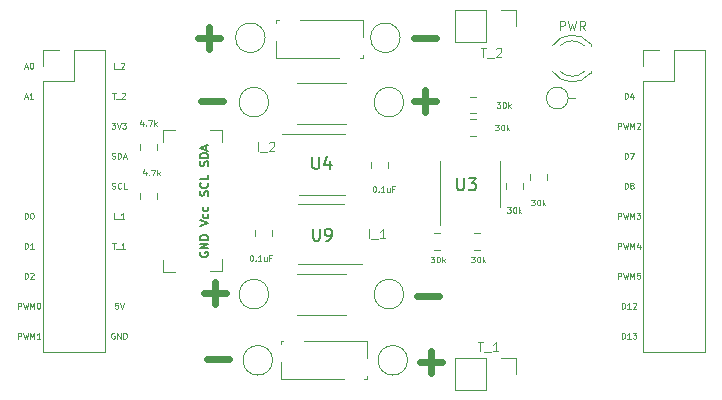
<source format=gbr>
%TF.GenerationSoftware,KiCad,Pcbnew,(5.1.6)-1*%
%TF.CreationDate,2020-06-17T00:43:54+01:00*%
%TF.ProjectId,peltier_driver_pcb,70656c74-6965-4725-9f64-72697665725f,rev?*%
%TF.SameCoordinates,Original*%
%TF.FileFunction,Legend,Top*%
%TF.FilePolarity,Positive*%
%FSLAX46Y46*%
G04 Gerber Fmt 4.6, Leading zero omitted, Abs format (unit mm)*
G04 Created by KiCad (PCBNEW (5.1.6)-1) date 2020-06-17 00:43:54*
%MOMM*%
%LPD*%
G01*
G04 APERTURE LIST*
%ADD10C,0.100000*%
%ADD11C,0.125000*%
%ADD12C,0.600000*%
%ADD13C,0.120000*%
%ADD14C,0.150000*%
G04 APERTURE END LIST*
D10*
X114659047Y-81250000D02*
X114611428Y-81226190D01*
X114540000Y-81226190D01*
X114468571Y-81250000D01*
X114420952Y-81297619D01*
X114397142Y-81345238D01*
X114373333Y-81440476D01*
X114373333Y-81511904D01*
X114397142Y-81607142D01*
X114420952Y-81654761D01*
X114468571Y-81702380D01*
X114540000Y-81726190D01*
X114587619Y-81726190D01*
X114659047Y-81702380D01*
X114682857Y-81678571D01*
X114682857Y-81511904D01*
X114587619Y-81511904D01*
X114897142Y-81726190D02*
X114897142Y-81226190D01*
X115182857Y-81726190D01*
X115182857Y-81226190D01*
X115420952Y-81726190D02*
X115420952Y-81226190D01*
X115540000Y-81226190D01*
X115611428Y-81250000D01*
X115659047Y-81297619D01*
X115682857Y-81345238D01*
X115706666Y-81440476D01*
X115706666Y-81511904D01*
X115682857Y-81607142D01*
X115659047Y-81654761D01*
X115611428Y-81702380D01*
X115540000Y-81726190D01*
X115420952Y-81726190D01*
X107050952Y-71566190D02*
X107050952Y-71066190D01*
X107170000Y-71066190D01*
X107241428Y-71090000D01*
X107289047Y-71137619D01*
X107312857Y-71185238D01*
X107336666Y-71280476D01*
X107336666Y-71351904D01*
X107312857Y-71447142D01*
X107289047Y-71494761D01*
X107241428Y-71542380D01*
X107170000Y-71566190D01*
X107050952Y-71566190D01*
X107646190Y-71066190D02*
X107693809Y-71066190D01*
X107741428Y-71090000D01*
X107765238Y-71113809D01*
X107789047Y-71161428D01*
X107812857Y-71256666D01*
X107812857Y-71375714D01*
X107789047Y-71470952D01*
X107765238Y-71518571D01*
X107741428Y-71542380D01*
X107693809Y-71566190D01*
X107646190Y-71566190D01*
X107598571Y-71542380D01*
X107574761Y-71518571D01*
X107550952Y-71470952D01*
X107527142Y-71375714D01*
X107527142Y-71256666D01*
X107550952Y-71161428D01*
X107574761Y-71113809D01*
X107598571Y-71090000D01*
X107646190Y-71066190D01*
X107050952Y-74106190D02*
X107050952Y-73606190D01*
X107170000Y-73606190D01*
X107241428Y-73630000D01*
X107289047Y-73677619D01*
X107312857Y-73725238D01*
X107336666Y-73820476D01*
X107336666Y-73891904D01*
X107312857Y-73987142D01*
X107289047Y-74034761D01*
X107241428Y-74082380D01*
X107170000Y-74106190D01*
X107050952Y-74106190D01*
X107812857Y-74106190D02*
X107527142Y-74106190D01*
X107670000Y-74106190D02*
X107670000Y-73606190D01*
X107622380Y-73677619D01*
X107574761Y-73725238D01*
X107527142Y-73749047D01*
X107050952Y-76646190D02*
X107050952Y-76146190D01*
X107170000Y-76146190D01*
X107241428Y-76170000D01*
X107289047Y-76217619D01*
X107312857Y-76265238D01*
X107336666Y-76360476D01*
X107336666Y-76431904D01*
X107312857Y-76527142D01*
X107289047Y-76574761D01*
X107241428Y-76622380D01*
X107170000Y-76646190D01*
X107050952Y-76646190D01*
X107527142Y-76193809D02*
X107550952Y-76170000D01*
X107598571Y-76146190D01*
X107717619Y-76146190D01*
X107765238Y-76170000D01*
X107789047Y-76193809D01*
X107812857Y-76241428D01*
X107812857Y-76289047D01*
X107789047Y-76360476D01*
X107503333Y-76646190D01*
X107812857Y-76646190D01*
X106479523Y-79186190D02*
X106479523Y-78686190D01*
X106670000Y-78686190D01*
X106717619Y-78710000D01*
X106741428Y-78733809D01*
X106765238Y-78781428D01*
X106765238Y-78852857D01*
X106741428Y-78900476D01*
X106717619Y-78924285D01*
X106670000Y-78948095D01*
X106479523Y-78948095D01*
X106931904Y-78686190D02*
X107050952Y-79186190D01*
X107146190Y-78829047D01*
X107241428Y-79186190D01*
X107360476Y-78686190D01*
X107550952Y-79186190D02*
X107550952Y-78686190D01*
X107717619Y-79043333D01*
X107884285Y-78686190D01*
X107884285Y-79186190D01*
X108217619Y-78686190D02*
X108265238Y-78686190D01*
X108312857Y-78710000D01*
X108336666Y-78733809D01*
X108360476Y-78781428D01*
X108384285Y-78876666D01*
X108384285Y-78995714D01*
X108360476Y-79090952D01*
X108336666Y-79138571D01*
X108312857Y-79162380D01*
X108265238Y-79186190D01*
X108217619Y-79186190D01*
X108170000Y-79162380D01*
X108146190Y-79138571D01*
X108122380Y-79090952D01*
X108098571Y-78995714D01*
X108098571Y-78876666D01*
X108122380Y-78781428D01*
X108146190Y-78733809D01*
X108170000Y-78710000D01*
X108217619Y-78686190D01*
X106479523Y-81726190D02*
X106479523Y-81226190D01*
X106670000Y-81226190D01*
X106717619Y-81250000D01*
X106741428Y-81273809D01*
X106765238Y-81321428D01*
X106765238Y-81392857D01*
X106741428Y-81440476D01*
X106717619Y-81464285D01*
X106670000Y-81488095D01*
X106479523Y-81488095D01*
X106931904Y-81226190D02*
X107050952Y-81726190D01*
X107146190Y-81369047D01*
X107241428Y-81726190D01*
X107360476Y-81226190D01*
X107550952Y-81726190D02*
X107550952Y-81226190D01*
X107717619Y-81583333D01*
X107884285Y-81226190D01*
X107884285Y-81726190D01*
X108384285Y-81726190D02*
X108098571Y-81726190D01*
X108241428Y-81726190D02*
X108241428Y-81226190D01*
X108193809Y-81297619D01*
X108146190Y-81345238D01*
X108098571Y-81369047D01*
X107062857Y-61263333D02*
X107300952Y-61263333D01*
X107015238Y-61406190D02*
X107181904Y-60906190D01*
X107348571Y-61406190D01*
X107777142Y-61406190D02*
X107491428Y-61406190D01*
X107634285Y-61406190D02*
X107634285Y-60906190D01*
X107586666Y-60977619D01*
X107539047Y-61025238D01*
X107491428Y-61049047D01*
X107062857Y-58723333D02*
X107300952Y-58723333D01*
X107015238Y-58866190D02*
X107181904Y-58366190D01*
X107348571Y-58866190D01*
X107610476Y-58366190D02*
X107658095Y-58366190D01*
X107705714Y-58390000D01*
X107729523Y-58413809D01*
X107753333Y-58461428D01*
X107777142Y-58556666D01*
X107777142Y-58675714D01*
X107753333Y-58770952D01*
X107729523Y-58818571D01*
X107705714Y-58842380D01*
X107658095Y-58866190D01*
X107610476Y-58866190D01*
X107562857Y-58842380D01*
X107539047Y-58818571D01*
X107515238Y-58770952D01*
X107491428Y-58675714D01*
X107491428Y-58556666D01*
X107515238Y-58461428D01*
X107539047Y-58413809D01*
X107562857Y-58390000D01*
X107610476Y-58366190D01*
X114944761Y-78686190D02*
X114706666Y-78686190D01*
X114682857Y-78924285D01*
X114706666Y-78900476D01*
X114754285Y-78876666D01*
X114873333Y-78876666D01*
X114920952Y-78900476D01*
X114944761Y-78924285D01*
X114968571Y-78971904D01*
X114968571Y-79090952D01*
X114944761Y-79138571D01*
X114920952Y-79162380D01*
X114873333Y-79186190D01*
X114754285Y-79186190D01*
X114706666Y-79162380D01*
X114682857Y-79138571D01*
X115111428Y-78686190D02*
X115278095Y-79186190D01*
X115444761Y-78686190D01*
X114468571Y-73606190D02*
X114754285Y-73606190D01*
X114611428Y-74106190D02*
X114611428Y-73606190D01*
X114801904Y-74153809D02*
X115182857Y-74153809D01*
X115563809Y-74106190D02*
X115278095Y-74106190D01*
X115420952Y-74106190D02*
X115420952Y-73606190D01*
X115373333Y-73677619D01*
X115325714Y-73725238D01*
X115278095Y-73749047D01*
X114611428Y-71566190D02*
X114611428Y-71066190D01*
X114730476Y-71613809D02*
X115111428Y-71613809D01*
X115492380Y-71566190D02*
X115206666Y-71566190D01*
X115349523Y-71566190D02*
X115349523Y-71066190D01*
X115301904Y-71137619D01*
X115254285Y-71185238D01*
X115206666Y-71209047D01*
X114444761Y-69002380D02*
X114516190Y-69026190D01*
X114635238Y-69026190D01*
X114682857Y-69002380D01*
X114706666Y-68978571D01*
X114730476Y-68930952D01*
X114730476Y-68883333D01*
X114706666Y-68835714D01*
X114682857Y-68811904D01*
X114635238Y-68788095D01*
X114540000Y-68764285D01*
X114492380Y-68740476D01*
X114468571Y-68716666D01*
X114444761Y-68669047D01*
X114444761Y-68621428D01*
X114468571Y-68573809D01*
X114492380Y-68550000D01*
X114540000Y-68526190D01*
X114659047Y-68526190D01*
X114730476Y-68550000D01*
X115230476Y-68978571D02*
X115206666Y-69002380D01*
X115135238Y-69026190D01*
X115087619Y-69026190D01*
X115016190Y-69002380D01*
X114968571Y-68954761D01*
X114944761Y-68907142D01*
X114920952Y-68811904D01*
X114920952Y-68740476D01*
X114944761Y-68645238D01*
X114968571Y-68597619D01*
X115016190Y-68550000D01*
X115087619Y-68526190D01*
X115135238Y-68526190D01*
X115206666Y-68550000D01*
X115230476Y-68573809D01*
X115682857Y-69026190D02*
X115444761Y-69026190D01*
X115444761Y-68526190D01*
X114432857Y-66462380D02*
X114504285Y-66486190D01*
X114623333Y-66486190D01*
X114670952Y-66462380D01*
X114694761Y-66438571D01*
X114718571Y-66390952D01*
X114718571Y-66343333D01*
X114694761Y-66295714D01*
X114670952Y-66271904D01*
X114623333Y-66248095D01*
X114528095Y-66224285D01*
X114480476Y-66200476D01*
X114456666Y-66176666D01*
X114432857Y-66129047D01*
X114432857Y-66081428D01*
X114456666Y-66033809D01*
X114480476Y-66010000D01*
X114528095Y-65986190D01*
X114647142Y-65986190D01*
X114718571Y-66010000D01*
X114932857Y-66486190D02*
X114932857Y-65986190D01*
X115051904Y-65986190D01*
X115123333Y-66010000D01*
X115170952Y-66057619D01*
X115194761Y-66105238D01*
X115218571Y-66200476D01*
X115218571Y-66271904D01*
X115194761Y-66367142D01*
X115170952Y-66414761D01*
X115123333Y-66462380D01*
X115051904Y-66486190D01*
X114932857Y-66486190D01*
X115409047Y-66343333D02*
X115647142Y-66343333D01*
X115361428Y-66486190D02*
X115528095Y-65986190D01*
X115694761Y-66486190D01*
X114420952Y-63446190D02*
X114730476Y-63446190D01*
X114563809Y-63636666D01*
X114635238Y-63636666D01*
X114682857Y-63660476D01*
X114706666Y-63684285D01*
X114730476Y-63731904D01*
X114730476Y-63850952D01*
X114706666Y-63898571D01*
X114682857Y-63922380D01*
X114635238Y-63946190D01*
X114492380Y-63946190D01*
X114444761Y-63922380D01*
X114420952Y-63898571D01*
X114873333Y-63446190D02*
X115040000Y-63946190D01*
X115206666Y-63446190D01*
X115325714Y-63446190D02*
X115635238Y-63446190D01*
X115468571Y-63636666D01*
X115540000Y-63636666D01*
X115587619Y-63660476D01*
X115611428Y-63684285D01*
X115635238Y-63731904D01*
X115635238Y-63850952D01*
X115611428Y-63898571D01*
X115587619Y-63922380D01*
X115540000Y-63946190D01*
X115397142Y-63946190D01*
X115349523Y-63922380D01*
X115325714Y-63898571D01*
X114468571Y-60906190D02*
X114754285Y-60906190D01*
X114611428Y-61406190D02*
X114611428Y-60906190D01*
X114801904Y-61453809D02*
X115182857Y-61453809D01*
X115278095Y-60953809D02*
X115301904Y-60930000D01*
X115349523Y-60906190D01*
X115468571Y-60906190D01*
X115516190Y-60930000D01*
X115540000Y-60953809D01*
X115563809Y-61001428D01*
X115563809Y-61049047D01*
X115540000Y-61120476D01*
X115254285Y-61406190D01*
X115563809Y-61406190D01*
X114611428Y-58866190D02*
X114611428Y-58366190D01*
X114730476Y-58913809D02*
X115111428Y-58913809D01*
X115206666Y-58413809D02*
X115230476Y-58390000D01*
X115278095Y-58366190D01*
X115397142Y-58366190D01*
X115444761Y-58390000D01*
X115468571Y-58413809D01*
X115492380Y-58461428D01*
X115492380Y-58509047D01*
X115468571Y-58580476D01*
X115182857Y-58866190D01*
X115492380Y-58866190D01*
X157612857Y-81726190D02*
X157612857Y-81226190D01*
X157731904Y-81226190D01*
X157803333Y-81250000D01*
X157850952Y-81297619D01*
X157874761Y-81345238D01*
X157898571Y-81440476D01*
X157898571Y-81511904D01*
X157874761Y-81607142D01*
X157850952Y-81654761D01*
X157803333Y-81702380D01*
X157731904Y-81726190D01*
X157612857Y-81726190D01*
X158374761Y-81726190D02*
X158089047Y-81726190D01*
X158231904Y-81726190D02*
X158231904Y-81226190D01*
X158184285Y-81297619D01*
X158136666Y-81345238D01*
X158089047Y-81369047D01*
X158541428Y-81226190D02*
X158850952Y-81226190D01*
X158684285Y-81416666D01*
X158755714Y-81416666D01*
X158803333Y-81440476D01*
X158827142Y-81464285D01*
X158850952Y-81511904D01*
X158850952Y-81630952D01*
X158827142Y-81678571D01*
X158803333Y-81702380D01*
X158755714Y-81726190D01*
X158612857Y-81726190D01*
X158565238Y-81702380D01*
X158541428Y-81678571D01*
X157612857Y-79186190D02*
X157612857Y-78686190D01*
X157731904Y-78686190D01*
X157803333Y-78710000D01*
X157850952Y-78757619D01*
X157874761Y-78805238D01*
X157898571Y-78900476D01*
X157898571Y-78971904D01*
X157874761Y-79067142D01*
X157850952Y-79114761D01*
X157803333Y-79162380D01*
X157731904Y-79186190D01*
X157612857Y-79186190D01*
X158374761Y-79186190D02*
X158089047Y-79186190D01*
X158231904Y-79186190D02*
X158231904Y-78686190D01*
X158184285Y-78757619D01*
X158136666Y-78805238D01*
X158089047Y-78829047D01*
X158565238Y-78733809D02*
X158589047Y-78710000D01*
X158636666Y-78686190D01*
X158755714Y-78686190D01*
X158803333Y-78710000D01*
X158827142Y-78733809D01*
X158850952Y-78781428D01*
X158850952Y-78829047D01*
X158827142Y-78900476D01*
X158541428Y-79186190D01*
X158850952Y-79186190D01*
X157279523Y-76646190D02*
X157279523Y-76146190D01*
X157470000Y-76146190D01*
X157517619Y-76170000D01*
X157541428Y-76193809D01*
X157565238Y-76241428D01*
X157565238Y-76312857D01*
X157541428Y-76360476D01*
X157517619Y-76384285D01*
X157470000Y-76408095D01*
X157279523Y-76408095D01*
X157731904Y-76146190D02*
X157850952Y-76646190D01*
X157946190Y-76289047D01*
X158041428Y-76646190D01*
X158160476Y-76146190D01*
X158350952Y-76646190D02*
X158350952Y-76146190D01*
X158517619Y-76503333D01*
X158684285Y-76146190D01*
X158684285Y-76646190D01*
X159160476Y-76146190D02*
X158922380Y-76146190D01*
X158898571Y-76384285D01*
X158922380Y-76360476D01*
X158970000Y-76336666D01*
X159089047Y-76336666D01*
X159136666Y-76360476D01*
X159160476Y-76384285D01*
X159184285Y-76431904D01*
X159184285Y-76550952D01*
X159160476Y-76598571D01*
X159136666Y-76622380D01*
X159089047Y-76646190D01*
X158970000Y-76646190D01*
X158922380Y-76622380D01*
X158898571Y-76598571D01*
X157279523Y-74106190D02*
X157279523Y-73606190D01*
X157470000Y-73606190D01*
X157517619Y-73630000D01*
X157541428Y-73653809D01*
X157565238Y-73701428D01*
X157565238Y-73772857D01*
X157541428Y-73820476D01*
X157517619Y-73844285D01*
X157470000Y-73868095D01*
X157279523Y-73868095D01*
X157731904Y-73606190D02*
X157850952Y-74106190D01*
X157946190Y-73749047D01*
X158041428Y-74106190D01*
X158160476Y-73606190D01*
X158350952Y-74106190D02*
X158350952Y-73606190D01*
X158517619Y-73963333D01*
X158684285Y-73606190D01*
X158684285Y-74106190D01*
X159136666Y-73772857D02*
X159136666Y-74106190D01*
X159017619Y-73582380D02*
X158898571Y-73939523D01*
X159208095Y-73939523D01*
X157279523Y-71566190D02*
X157279523Y-71066190D01*
X157470000Y-71066190D01*
X157517619Y-71090000D01*
X157541428Y-71113809D01*
X157565238Y-71161428D01*
X157565238Y-71232857D01*
X157541428Y-71280476D01*
X157517619Y-71304285D01*
X157470000Y-71328095D01*
X157279523Y-71328095D01*
X157731904Y-71066190D02*
X157850952Y-71566190D01*
X157946190Y-71209047D01*
X158041428Y-71566190D01*
X158160476Y-71066190D01*
X158350952Y-71566190D02*
X158350952Y-71066190D01*
X158517619Y-71423333D01*
X158684285Y-71066190D01*
X158684285Y-71566190D01*
X158874761Y-71066190D02*
X159184285Y-71066190D01*
X159017619Y-71256666D01*
X159089047Y-71256666D01*
X159136666Y-71280476D01*
X159160476Y-71304285D01*
X159184285Y-71351904D01*
X159184285Y-71470952D01*
X159160476Y-71518571D01*
X159136666Y-71542380D01*
X159089047Y-71566190D01*
X158946190Y-71566190D01*
X158898571Y-71542380D01*
X158874761Y-71518571D01*
X157850952Y-69026190D02*
X157850952Y-68526190D01*
X157970000Y-68526190D01*
X158041428Y-68550000D01*
X158089047Y-68597619D01*
X158112857Y-68645238D01*
X158136666Y-68740476D01*
X158136666Y-68811904D01*
X158112857Y-68907142D01*
X158089047Y-68954761D01*
X158041428Y-69002380D01*
X157970000Y-69026190D01*
X157850952Y-69026190D01*
X158422380Y-68740476D02*
X158374761Y-68716666D01*
X158350952Y-68692857D01*
X158327142Y-68645238D01*
X158327142Y-68621428D01*
X158350952Y-68573809D01*
X158374761Y-68550000D01*
X158422380Y-68526190D01*
X158517619Y-68526190D01*
X158565238Y-68550000D01*
X158589047Y-68573809D01*
X158612857Y-68621428D01*
X158612857Y-68645238D01*
X158589047Y-68692857D01*
X158565238Y-68716666D01*
X158517619Y-68740476D01*
X158422380Y-68740476D01*
X158374761Y-68764285D01*
X158350952Y-68788095D01*
X158327142Y-68835714D01*
X158327142Y-68930952D01*
X158350952Y-68978571D01*
X158374761Y-69002380D01*
X158422380Y-69026190D01*
X158517619Y-69026190D01*
X158565238Y-69002380D01*
X158589047Y-68978571D01*
X158612857Y-68930952D01*
X158612857Y-68835714D01*
X158589047Y-68788095D01*
X158565238Y-68764285D01*
X158517619Y-68740476D01*
X157850952Y-66486190D02*
X157850952Y-65986190D01*
X157970000Y-65986190D01*
X158041428Y-66010000D01*
X158089047Y-66057619D01*
X158112857Y-66105238D01*
X158136666Y-66200476D01*
X158136666Y-66271904D01*
X158112857Y-66367142D01*
X158089047Y-66414761D01*
X158041428Y-66462380D01*
X157970000Y-66486190D01*
X157850952Y-66486190D01*
X158303333Y-65986190D02*
X158636666Y-65986190D01*
X158422380Y-66486190D01*
X157850952Y-61406190D02*
X157850952Y-60906190D01*
X157970000Y-60906190D01*
X158041428Y-60930000D01*
X158089047Y-60977619D01*
X158112857Y-61025238D01*
X158136666Y-61120476D01*
X158136666Y-61191904D01*
X158112857Y-61287142D01*
X158089047Y-61334761D01*
X158041428Y-61382380D01*
X157970000Y-61406190D01*
X157850952Y-61406190D01*
X158565238Y-61072857D02*
X158565238Y-61406190D01*
X158446190Y-60882380D02*
X158327142Y-61239523D01*
X158636666Y-61239523D01*
X157279523Y-63946190D02*
X157279523Y-63446190D01*
X157470000Y-63446190D01*
X157517619Y-63470000D01*
X157541428Y-63493809D01*
X157565238Y-63541428D01*
X157565238Y-63612857D01*
X157541428Y-63660476D01*
X157517619Y-63684285D01*
X157470000Y-63708095D01*
X157279523Y-63708095D01*
X157731904Y-63446190D02*
X157850952Y-63946190D01*
X157946190Y-63589047D01*
X158041428Y-63946190D01*
X158160476Y-63446190D01*
X158350952Y-63946190D02*
X158350952Y-63446190D01*
X158517619Y-63803333D01*
X158684285Y-63446190D01*
X158684285Y-63946190D01*
X158898571Y-63493809D02*
X158922380Y-63470000D01*
X158970000Y-63446190D01*
X159089047Y-63446190D01*
X159136666Y-63470000D01*
X159160476Y-63493809D01*
X159184285Y-63541428D01*
X159184285Y-63589047D01*
X159160476Y-63660476D01*
X158874761Y-63946190D01*
X159184285Y-63946190D01*
X152359333Y-55611904D02*
X152359333Y-54811904D01*
X152664095Y-54811904D01*
X152740285Y-54850000D01*
X152778380Y-54888095D01*
X152816476Y-54964285D01*
X152816476Y-55078571D01*
X152778380Y-55154761D01*
X152740285Y-55192857D01*
X152664095Y-55230952D01*
X152359333Y-55230952D01*
X153083142Y-54811904D02*
X153273619Y-55611904D01*
X153426000Y-55040476D01*
X153578380Y-55611904D01*
X153768857Y-54811904D01*
X154530761Y-55611904D02*
X154264095Y-55230952D01*
X154073619Y-55611904D02*
X154073619Y-54811904D01*
X154378380Y-54811904D01*
X154454571Y-54850000D01*
X154492666Y-54888095D01*
X154530761Y-54964285D01*
X154530761Y-55078571D01*
X154492666Y-55154761D01*
X154454571Y-55192857D01*
X154378380Y-55230952D01*
X154073619Y-55230952D01*
D11*
X147019857Y-61685190D02*
X147329380Y-61685190D01*
X147162714Y-61875666D01*
X147234142Y-61875666D01*
X147281761Y-61899476D01*
X147305571Y-61923285D01*
X147329380Y-61970904D01*
X147329380Y-62089952D01*
X147305571Y-62137571D01*
X147281761Y-62161380D01*
X147234142Y-62185190D01*
X147091285Y-62185190D01*
X147043666Y-62161380D01*
X147019857Y-62137571D01*
X147638904Y-61685190D02*
X147686523Y-61685190D01*
X147734142Y-61709000D01*
X147757952Y-61732809D01*
X147781761Y-61780428D01*
X147805571Y-61875666D01*
X147805571Y-61994714D01*
X147781761Y-62089952D01*
X147757952Y-62137571D01*
X147734142Y-62161380D01*
X147686523Y-62185190D01*
X147638904Y-62185190D01*
X147591285Y-62161380D01*
X147567476Y-62137571D01*
X147543666Y-62089952D01*
X147519857Y-61994714D01*
X147519857Y-61875666D01*
X147543666Y-61780428D01*
X147567476Y-61732809D01*
X147591285Y-61709000D01*
X147638904Y-61685190D01*
X148019857Y-62185190D02*
X148019857Y-61685190D01*
X148067476Y-61994714D02*
X148210333Y-62185190D01*
X148210333Y-61851857D02*
X148019857Y-62042333D01*
X146892857Y-63590190D02*
X147202380Y-63590190D01*
X147035714Y-63780666D01*
X147107142Y-63780666D01*
X147154761Y-63804476D01*
X147178571Y-63828285D01*
X147202380Y-63875904D01*
X147202380Y-63994952D01*
X147178571Y-64042571D01*
X147154761Y-64066380D01*
X147107142Y-64090190D01*
X146964285Y-64090190D01*
X146916666Y-64066380D01*
X146892857Y-64042571D01*
X147511904Y-63590190D02*
X147559523Y-63590190D01*
X147607142Y-63614000D01*
X147630952Y-63637809D01*
X147654761Y-63685428D01*
X147678571Y-63780666D01*
X147678571Y-63899714D01*
X147654761Y-63994952D01*
X147630952Y-64042571D01*
X147607142Y-64066380D01*
X147559523Y-64090190D01*
X147511904Y-64090190D01*
X147464285Y-64066380D01*
X147440476Y-64042571D01*
X147416666Y-63994952D01*
X147392857Y-63899714D01*
X147392857Y-63780666D01*
X147416666Y-63685428D01*
X147440476Y-63637809D01*
X147464285Y-63614000D01*
X147511904Y-63590190D01*
X147892857Y-64090190D02*
X147892857Y-63590190D01*
X147940476Y-63899714D02*
X148083333Y-64090190D01*
X148083333Y-63756857D02*
X147892857Y-63947333D01*
X147908857Y-70575190D02*
X148218380Y-70575190D01*
X148051714Y-70765666D01*
X148123142Y-70765666D01*
X148170761Y-70789476D01*
X148194571Y-70813285D01*
X148218380Y-70860904D01*
X148218380Y-70979952D01*
X148194571Y-71027571D01*
X148170761Y-71051380D01*
X148123142Y-71075190D01*
X147980285Y-71075190D01*
X147932666Y-71051380D01*
X147908857Y-71027571D01*
X148527904Y-70575190D02*
X148575523Y-70575190D01*
X148623142Y-70599000D01*
X148646952Y-70622809D01*
X148670761Y-70670428D01*
X148694571Y-70765666D01*
X148694571Y-70884714D01*
X148670761Y-70979952D01*
X148646952Y-71027571D01*
X148623142Y-71051380D01*
X148575523Y-71075190D01*
X148527904Y-71075190D01*
X148480285Y-71051380D01*
X148456476Y-71027571D01*
X148432666Y-70979952D01*
X148408857Y-70884714D01*
X148408857Y-70765666D01*
X148432666Y-70670428D01*
X148456476Y-70622809D01*
X148480285Y-70599000D01*
X148527904Y-70575190D01*
X148908857Y-71075190D02*
X148908857Y-70575190D01*
X148956476Y-70884714D02*
X149099333Y-71075190D01*
X149099333Y-70741857D02*
X148908857Y-70932333D01*
X149940857Y-69940190D02*
X150250380Y-69940190D01*
X150083714Y-70130666D01*
X150155142Y-70130666D01*
X150202761Y-70154476D01*
X150226571Y-70178285D01*
X150250380Y-70225904D01*
X150250380Y-70344952D01*
X150226571Y-70392571D01*
X150202761Y-70416380D01*
X150155142Y-70440190D01*
X150012285Y-70440190D01*
X149964666Y-70416380D01*
X149940857Y-70392571D01*
X150559904Y-69940190D02*
X150607523Y-69940190D01*
X150655142Y-69964000D01*
X150678952Y-69987809D01*
X150702761Y-70035428D01*
X150726571Y-70130666D01*
X150726571Y-70249714D01*
X150702761Y-70344952D01*
X150678952Y-70392571D01*
X150655142Y-70416380D01*
X150607523Y-70440190D01*
X150559904Y-70440190D01*
X150512285Y-70416380D01*
X150488476Y-70392571D01*
X150464666Y-70344952D01*
X150440857Y-70249714D01*
X150440857Y-70130666D01*
X150464666Y-70035428D01*
X150488476Y-69987809D01*
X150512285Y-69964000D01*
X150559904Y-69940190D01*
X150940857Y-70440190D02*
X150940857Y-69940190D01*
X150988476Y-70249714D02*
X151131333Y-70440190D01*
X151131333Y-70106857D02*
X150940857Y-70297333D01*
X144860857Y-74766190D02*
X145170380Y-74766190D01*
X145003714Y-74956666D01*
X145075142Y-74956666D01*
X145122761Y-74980476D01*
X145146571Y-75004285D01*
X145170380Y-75051904D01*
X145170380Y-75170952D01*
X145146571Y-75218571D01*
X145122761Y-75242380D01*
X145075142Y-75266190D01*
X144932285Y-75266190D01*
X144884666Y-75242380D01*
X144860857Y-75218571D01*
X145479904Y-74766190D02*
X145527523Y-74766190D01*
X145575142Y-74790000D01*
X145598952Y-74813809D01*
X145622761Y-74861428D01*
X145646571Y-74956666D01*
X145646571Y-75075714D01*
X145622761Y-75170952D01*
X145598952Y-75218571D01*
X145575142Y-75242380D01*
X145527523Y-75266190D01*
X145479904Y-75266190D01*
X145432285Y-75242380D01*
X145408476Y-75218571D01*
X145384666Y-75170952D01*
X145360857Y-75075714D01*
X145360857Y-74956666D01*
X145384666Y-74861428D01*
X145408476Y-74813809D01*
X145432285Y-74790000D01*
X145479904Y-74766190D01*
X145860857Y-75266190D02*
X145860857Y-74766190D01*
X145908476Y-75075714D02*
X146051333Y-75266190D01*
X146051333Y-74932857D02*
X145860857Y-75123333D01*
X141431857Y-74766190D02*
X141741380Y-74766190D01*
X141574714Y-74956666D01*
X141646142Y-74956666D01*
X141693761Y-74980476D01*
X141717571Y-75004285D01*
X141741380Y-75051904D01*
X141741380Y-75170952D01*
X141717571Y-75218571D01*
X141693761Y-75242380D01*
X141646142Y-75266190D01*
X141503285Y-75266190D01*
X141455666Y-75242380D01*
X141431857Y-75218571D01*
X142050904Y-74766190D02*
X142098523Y-74766190D01*
X142146142Y-74790000D01*
X142169952Y-74813809D01*
X142193761Y-74861428D01*
X142217571Y-74956666D01*
X142217571Y-75075714D01*
X142193761Y-75170952D01*
X142169952Y-75218571D01*
X142146142Y-75242380D01*
X142098523Y-75266190D01*
X142050904Y-75266190D01*
X142003285Y-75242380D01*
X141979476Y-75218571D01*
X141955666Y-75170952D01*
X141931857Y-75075714D01*
X141931857Y-74956666D01*
X141955666Y-74861428D01*
X141979476Y-74813809D01*
X142003285Y-74790000D01*
X142050904Y-74766190D01*
X142431857Y-75266190D02*
X142431857Y-74766190D01*
X142479476Y-75075714D02*
X142622333Y-75266190D01*
X142622333Y-74932857D02*
X142431857Y-75123333D01*
X126231571Y-74639190D02*
X126279190Y-74639190D01*
X126326809Y-74663000D01*
X126350619Y-74686809D01*
X126374428Y-74734428D01*
X126398238Y-74829666D01*
X126398238Y-74948714D01*
X126374428Y-75043952D01*
X126350619Y-75091571D01*
X126326809Y-75115380D01*
X126279190Y-75139190D01*
X126231571Y-75139190D01*
X126183952Y-75115380D01*
X126160142Y-75091571D01*
X126136333Y-75043952D01*
X126112523Y-74948714D01*
X126112523Y-74829666D01*
X126136333Y-74734428D01*
X126160142Y-74686809D01*
X126183952Y-74663000D01*
X126231571Y-74639190D01*
X126612523Y-75091571D02*
X126636333Y-75115380D01*
X126612523Y-75139190D01*
X126588714Y-75115380D01*
X126612523Y-75091571D01*
X126612523Y-75139190D01*
X127112523Y-75139190D02*
X126826809Y-75139190D01*
X126969666Y-75139190D02*
X126969666Y-74639190D01*
X126922047Y-74710619D01*
X126874428Y-74758238D01*
X126826809Y-74782047D01*
X127541095Y-74805857D02*
X127541095Y-75139190D01*
X127326809Y-74805857D02*
X127326809Y-75067761D01*
X127350619Y-75115380D01*
X127398238Y-75139190D01*
X127469666Y-75139190D01*
X127517285Y-75115380D01*
X127541095Y-75091571D01*
X127945857Y-74877285D02*
X127779190Y-74877285D01*
X127779190Y-75139190D02*
X127779190Y-74639190D01*
X128017285Y-74639190D01*
X136645571Y-68797190D02*
X136693190Y-68797190D01*
X136740809Y-68821000D01*
X136764619Y-68844809D01*
X136788428Y-68892428D01*
X136812238Y-68987666D01*
X136812238Y-69106714D01*
X136788428Y-69201952D01*
X136764619Y-69249571D01*
X136740809Y-69273380D01*
X136693190Y-69297190D01*
X136645571Y-69297190D01*
X136597952Y-69273380D01*
X136574142Y-69249571D01*
X136550333Y-69201952D01*
X136526523Y-69106714D01*
X136526523Y-68987666D01*
X136550333Y-68892428D01*
X136574142Y-68844809D01*
X136597952Y-68821000D01*
X136645571Y-68797190D01*
X137026523Y-69249571D02*
X137050333Y-69273380D01*
X137026523Y-69297190D01*
X137002714Y-69273380D01*
X137026523Y-69249571D01*
X137026523Y-69297190D01*
X137526523Y-69297190D02*
X137240809Y-69297190D01*
X137383666Y-69297190D02*
X137383666Y-68797190D01*
X137336047Y-68868619D01*
X137288428Y-68916238D01*
X137240809Y-68940047D01*
X137955095Y-68963857D02*
X137955095Y-69297190D01*
X137740809Y-68963857D02*
X137740809Y-69225761D01*
X137764619Y-69273380D01*
X137812238Y-69297190D01*
X137883666Y-69297190D01*
X137931285Y-69273380D01*
X137955095Y-69249571D01*
X138359857Y-69035285D02*
X138193190Y-69035285D01*
X138193190Y-69297190D02*
X138193190Y-68797190D01*
X138431285Y-68797190D01*
X117063714Y-63375857D02*
X117063714Y-63709190D01*
X116944666Y-63185380D02*
X116825619Y-63542523D01*
X117135142Y-63542523D01*
X117325619Y-63661571D02*
X117349428Y-63685380D01*
X117325619Y-63709190D01*
X117301809Y-63685380D01*
X117325619Y-63661571D01*
X117325619Y-63709190D01*
X117516095Y-63209190D02*
X117849428Y-63209190D01*
X117635142Y-63709190D01*
X118039904Y-63709190D02*
X118039904Y-63209190D01*
X118087523Y-63518714D02*
X118230380Y-63709190D01*
X118230380Y-63375857D02*
X118039904Y-63566333D01*
X117317714Y-67566857D02*
X117317714Y-67900190D01*
X117198666Y-67376380D02*
X117079619Y-67733523D01*
X117389142Y-67733523D01*
X117579619Y-67852571D02*
X117603428Y-67876380D01*
X117579619Y-67900190D01*
X117555809Y-67876380D01*
X117579619Y-67852571D01*
X117579619Y-67900190D01*
X117770095Y-67400190D02*
X118103428Y-67400190D01*
X117889142Y-67900190D01*
X118293904Y-67900190D02*
X118293904Y-67400190D01*
X118341523Y-67709714D02*
X118484380Y-67900190D01*
X118484380Y-67566857D02*
X118293904Y-67757333D01*
D10*
X126800285Y-65859904D02*
X126800285Y-65059904D01*
X126990761Y-65936095D02*
X127600285Y-65936095D01*
X127752666Y-65136095D02*
X127790761Y-65098000D01*
X127866952Y-65059904D01*
X128057428Y-65059904D01*
X128133619Y-65098000D01*
X128171714Y-65136095D01*
X128209809Y-65212285D01*
X128209809Y-65288476D01*
X128171714Y-65402761D01*
X127714571Y-65859904D01*
X128209809Y-65859904D01*
X136198285Y-73225904D02*
X136198285Y-72425904D01*
X136388761Y-73302095D02*
X136998285Y-73302095D01*
X137607809Y-73225904D02*
X137150666Y-73225904D01*
X137379238Y-73225904D02*
X137379238Y-72425904D01*
X137303047Y-72540190D01*
X137226857Y-72616380D01*
X137150666Y-72654476D01*
D12*
X121961619Y-61612571D02*
X123866380Y-61612571D01*
X139995619Y-61612571D02*
X141900380Y-61612571D01*
X140948000Y-62564952D02*
X140948000Y-60660190D01*
X121707619Y-56278571D02*
X123612380Y-56278571D01*
X122660000Y-57230952D02*
X122660000Y-55326190D01*
X139995619Y-56278571D02*
X141900380Y-56278571D01*
X122469619Y-83456571D02*
X124374380Y-83456571D01*
X140249619Y-78122571D02*
X142154380Y-78122571D01*
X122215619Y-77868571D02*
X124120380Y-77868571D01*
X123168000Y-78820952D02*
X123168000Y-76916190D01*
X140503619Y-83710571D02*
X142408380Y-83710571D01*
X141456000Y-84662952D02*
X141456000Y-82758190D01*
D10*
X145423714Y-81989904D02*
X145880857Y-81989904D01*
X145652285Y-82789904D02*
X145652285Y-81989904D01*
X145957047Y-82866095D02*
X146566571Y-82866095D01*
X147176095Y-82789904D02*
X146718952Y-82789904D01*
X146947523Y-82789904D02*
X146947523Y-81989904D01*
X146871333Y-82104190D01*
X146795142Y-82180380D01*
X146718952Y-82218476D01*
X145677714Y-57097904D02*
X146134857Y-57097904D01*
X145906285Y-57897904D02*
X145906285Y-57097904D01*
X146211047Y-57974095D02*
X146820571Y-57974095D01*
X146972952Y-57174095D02*
X147011047Y-57136000D01*
X147087238Y-57097904D01*
X147277714Y-57097904D01*
X147353904Y-57136000D01*
X147392000Y-57174095D01*
X147430095Y-57250285D01*
X147430095Y-57326476D01*
X147392000Y-57440761D01*
X146934857Y-57897904D01*
X147430095Y-57897904D01*
D13*
%TO.C,J9*%
X108630000Y-57310000D02*
X109960000Y-57310000D01*
X108630000Y-58640000D02*
X108630000Y-57310000D01*
X111230000Y-57310000D02*
X113830000Y-57310000D01*
X111230000Y-59910000D02*
X111230000Y-57310000D01*
X108630000Y-59910000D02*
X111230000Y-59910000D01*
X113830000Y-57310000D02*
X113830000Y-82830000D01*
X108630000Y-59910000D02*
X108630000Y-82830000D01*
X108630000Y-82830000D02*
X113830000Y-82830000D01*
%TO.C,U1*%
X118798000Y-76056000D02*
X118798000Y-75040000D01*
X118798000Y-76056000D02*
X119814000Y-76056000D01*
X118798000Y-65080000D02*
X118798000Y-64064000D01*
X118798000Y-64064000D02*
X119814000Y-64064000D01*
X123778000Y-76010000D02*
X122762000Y-76010000D01*
X123778000Y-76010000D02*
X123778000Y-74994000D01*
X123778000Y-74994000D02*
X123778000Y-76010000D01*
X123778000Y-64064000D02*
X122762000Y-64064000D01*
X123778000Y-64064000D02*
X123778000Y-65080000D01*
%TO.C,U9*%
X132134200Y-75397399D02*
X135584200Y-75397399D01*
X132134200Y-75397399D02*
X130184200Y-75397399D01*
X132134200Y-70277399D02*
X134084200Y-70277399D01*
X132134200Y-70277399D02*
X130184200Y-70277399D01*
%TO.C,C6*%
X128017000Y-73061078D02*
X128017000Y-72543922D01*
X126597000Y-73061078D02*
X126597000Y-72543922D01*
%TO.C,J3*%
X148684000Y-83384000D02*
X148684000Y-84714000D01*
X147354000Y-83384000D02*
X148684000Y-83384000D01*
X146084000Y-83384000D02*
X146084000Y-86044000D01*
X146084000Y-86044000D02*
X143484000Y-86044000D01*
X146084000Y-83384000D02*
X143484000Y-83384000D01*
X143484000Y-83384000D02*
X143484000Y-86044000D01*
%TO.C,J10*%
X143484000Y-53920000D02*
X143484000Y-56580000D01*
X146084000Y-53920000D02*
X143484000Y-53920000D01*
X146084000Y-56580000D02*
X143484000Y-56580000D01*
X146084000Y-53920000D02*
X146084000Y-56580000D01*
X147354000Y-53920000D02*
X148684000Y-53920000D01*
X148684000Y-53920000D02*
X148684000Y-55250000D01*
%TO.C,R3*%
X149226000Y-69027078D02*
X149226000Y-68509922D01*
X147806000Y-69027078D02*
X147806000Y-68509922D01*
%TO.C,R5*%
X145130922Y-72806000D02*
X145648078Y-72806000D01*
X145130922Y-74226000D02*
X145648078Y-74226000D01*
%TO.C,R9*%
X149838000Y-68265078D02*
X149838000Y-67747922D01*
X151258000Y-68265078D02*
X151258000Y-67747922D01*
%TO.C,R4*%
X141731922Y-74226000D02*
X142249078Y-74226000D01*
X141731922Y-72806000D02*
X142249078Y-72806000D01*
%TO.C,R7*%
X145297078Y-63154000D02*
X144779922Y-63154000D01*
X145297078Y-64574000D02*
X144779922Y-64574000D01*
%TO.C,R8*%
X144775322Y-62643600D02*
X145292478Y-62643600D01*
X144775322Y-61223600D02*
X145292478Y-61223600D01*
%TO.C,U3*%
X147342200Y-68639200D02*
X147342200Y-66689200D01*
X147342200Y-68639200D02*
X147342200Y-70589200D01*
X142222200Y-68639200D02*
X142222200Y-66689200D01*
X142222200Y-68639200D02*
X142222200Y-72089200D01*
%TO.C,R14*%
X130157136Y-79696400D02*
X134261264Y-79696400D01*
X130157136Y-76276400D02*
X134261264Y-76276400D01*
%TO.C,R1*%
X116818000Y-69886078D02*
X116818000Y-69368922D01*
X118238000Y-69886078D02*
X118238000Y-69368922D01*
%TO.C,F1*%
X135666000Y-57686000D02*
X135666000Y-57936000D01*
X135666000Y-54736000D02*
X135666000Y-56187000D01*
X128366000Y-56486000D02*
X128366000Y-57936000D01*
X128366000Y-54736000D02*
X128366000Y-54986000D01*
X135445000Y-57936000D02*
X135666000Y-57936000D01*
X128366000Y-57936000D02*
X133688000Y-57936000D01*
X130345000Y-54736000D02*
X135666000Y-54736000D01*
X128366000Y-54736000D02*
X128587000Y-54736000D01*
%TO.C,F6*%
X128747000Y-81914000D02*
X128968000Y-81914000D01*
X130726000Y-81914000D02*
X136047000Y-81914000D01*
X128747000Y-85114000D02*
X134069000Y-85114000D01*
X135826000Y-85114000D02*
X136047000Y-85114000D01*
X128747000Y-81914000D02*
X128747000Y-82164000D01*
X128747000Y-83664000D02*
X128747000Y-85114000D01*
X136047000Y-81914000D02*
X136047000Y-83365000D01*
X136047000Y-84864000D02*
X136047000Y-85114000D01*
%TO.C,J1*%
X138845000Y-56244000D02*
G75*
G03*
X138845000Y-56244000I-1251000J0D01*
G01*
%TO.C,J2*%
X127415000Y-56244000D02*
G75*
G03*
X127415000Y-56244000I-1251000J0D01*
G01*
%TO.C,J4*%
X127721000Y-61688000D02*
G75*
G03*
X127721000Y-61688000I-1251000J0D01*
G01*
%TO.C,J5*%
X139151000Y-61688000D02*
G75*
G03*
X139151000Y-61688000I-1251000J0D01*
G01*
%TO.C,J21*%
X139480000Y-83549000D02*
G75*
G03*
X139480000Y-83549000I-1251000J0D01*
G01*
%TO.C,J22*%
X128050000Y-83549000D02*
G75*
G03*
X128050000Y-83549000I-1251000J0D01*
G01*
%TO.C,J25*%
X139151000Y-77944000D02*
G75*
G03*
X139151000Y-77944000I-1251000J0D01*
G01*
%TO.C,J28*%
X127721000Y-77944000D02*
G75*
G03*
X127721000Y-77944000I-1251000J0D01*
G01*
%TO.C,C1*%
X136376000Y-66752722D02*
X136376000Y-67269878D01*
X137796000Y-66752722D02*
X137796000Y-67269878D01*
%TO.C,R2*%
X116818000Y-65207922D02*
X116818000Y-65725078D01*
X118238000Y-65207922D02*
X118238000Y-65725078D01*
%TO.C,R6*%
X134235864Y-60096600D02*
X130131736Y-60096600D01*
X134235864Y-63516600D02*
X130131736Y-63516600D01*
%TO.C,U4*%
X132258800Y-64395601D02*
X128808800Y-64395601D01*
X132258800Y-64395601D02*
X134208800Y-64395601D01*
X132258800Y-69515601D02*
X130308800Y-69515601D01*
X132258800Y-69515601D02*
X134208800Y-69515601D01*
%TO.C,J6*%
X159430000Y-82830000D02*
X164630000Y-82830000D01*
X159430000Y-59910000D02*
X159430000Y-82830000D01*
X164630000Y-57310000D02*
X164630000Y-82830000D01*
X159430000Y-59910000D02*
X162030000Y-59910000D01*
X162030000Y-59910000D02*
X162030000Y-57310000D01*
X162030000Y-57310000D02*
X164630000Y-57310000D01*
X159430000Y-58640000D02*
X159430000Y-57310000D01*
X159430000Y-57310000D02*
X160760000Y-57310000D01*
%TO.C,R10*%
X153076000Y-61346000D02*
X153696000Y-61346000D01*
X153076000Y-61346000D02*
G75*
G03*
X153076000Y-61346000I-920000J0D01*
G01*
%TO.C,D1*%
X154980000Y-56920000D02*
X154980000Y-56764000D01*
X154980000Y-59236000D02*
X154980000Y-59080000D01*
X151747665Y-59078608D02*
G75*
G03*
X154980000Y-59235516I1672335J1078608D01*
G01*
X151747665Y-56921392D02*
G75*
G02*
X154980000Y-56764484I1672335J-1078608D01*
G01*
X152378870Y-59079837D02*
G75*
G03*
X154460961Y-59080000I1041130J1079837D01*
G01*
X152378870Y-56920163D02*
G75*
G02*
X154460961Y-56920000I1041130J-1079837D01*
G01*
%TO.C,U1*%
D14*
X121948000Y-74399333D02*
X121914666Y-74466000D01*
X121914666Y-74566000D01*
X121948000Y-74666000D01*
X122014666Y-74732666D01*
X122081333Y-74766000D01*
X122214666Y-74799333D01*
X122314666Y-74799333D01*
X122448000Y-74766000D01*
X122514666Y-74732666D01*
X122581333Y-74666000D01*
X122614666Y-74566000D01*
X122614666Y-74499333D01*
X122581333Y-74399333D01*
X122548000Y-74366000D01*
X122314666Y-74366000D01*
X122314666Y-74499333D01*
X122614666Y-74066000D02*
X121914666Y-74066000D01*
X122614666Y-73666000D01*
X121914666Y-73666000D01*
X122614666Y-73332666D02*
X121914666Y-73332666D01*
X121914666Y-73166000D01*
X121948000Y-73066000D01*
X122014666Y-72999333D01*
X122081333Y-72966000D01*
X122214666Y-72932666D01*
X122314666Y-72932666D01*
X122448000Y-72966000D01*
X122514666Y-72999333D01*
X122581333Y-73066000D01*
X122614666Y-73166000D01*
X122614666Y-73332666D01*
X121914666Y-72159333D02*
X122614666Y-71926000D01*
X121914666Y-71692666D01*
X122581333Y-71159333D02*
X122614666Y-71226000D01*
X122614666Y-71359333D01*
X122581333Y-71426000D01*
X122548000Y-71459333D01*
X122481333Y-71492666D01*
X122281333Y-71492666D01*
X122214666Y-71459333D01*
X122181333Y-71426000D01*
X122148000Y-71359333D01*
X122148000Y-71226000D01*
X122181333Y-71159333D01*
X122581333Y-70559333D02*
X122614666Y-70626000D01*
X122614666Y-70759333D01*
X122581333Y-70826000D01*
X122548000Y-70859333D01*
X122481333Y-70892666D01*
X122281333Y-70892666D01*
X122214666Y-70859333D01*
X122181333Y-70826000D01*
X122148000Y-70759333D01*
X122148000Y-70626000D01*
X122181333Y-70559333D01*
X122581333Y-69619333D02*
X122614666Y-69519333D01*
X122614666Y-69352666D01*
X122581333Y-69286000D01*
X122548000Y-69252666D01*
X122481333Y-69219333D01*
X122414666Y-69219333D01*
X122348000Y-69252666D01*
X122314666Y-69286000D01*
X122281333Y-69352666D01*
X122248000Y-69486000D01*
X122214666Y-69552666D01*
X122181333Y-69586000D01*
X122114666Y-69619333D01*
X122048000Y-69619333D01*
X121981333Y-69586000D01*
X121948000Y-69552666D01*
X121914666Y-69486000D01*
X121914666Y-69319333D01*
X121948000Y-69219333D01*
X122548000Y-68519333D02*
X122581333Y-68552666D01*
X122614666Y-68652666D01*
X122614666Y-68719333D01*
X122581333Y-68819333D01*
X122514666Y-68886000D01*
X122448000Y-68919333D01*
X122314666Y-68952666D01*
X122214666Y-68952666D01*
X122081333Y-68919333D01*
X122014666Y-68886000D01*
X121948000Y-68819333D01*
X121914666Y-68719333D01*
X121914666Y-68652666D01*
X121948000Y-68552666D01*
X121981333Y-68519333D01*
X122614666Y-67886000D02*
X122614666Y-68219333D01*
X121914666Y-68219333D01*
X122581333Y-67096000D02*
X122614666Y-66996000D01*
X122614666Y-66829333D01*
X122581333Y-66762666D01*
X122548000Y-66729333D01*
X122481333Y-66696000D01*
X122414666Y-66696000D01*
X122348000Y-66729333D01*
X122314666Y-66762666D01*
X122281333Y-66829333D01*
X122248000Y-66962666D01*
X122214666Y-67029333D01*
X122181333Y-67062666D01*
X122114666Y-67096000D01*
X122048000Y-67096000D01*
X121981333Y-67062666D01*
X121948000Y-67029333D01*
X121914666Y-66962666D01*
X121914666Y-66796000D01*
X121948000Y-66696000D01*
X122614666Y-66396000D02*
X121914666Y-66396000D01*
X121914666Y-66229333D01*
X121948000Y-66129333D01*
X122014666Y-66062666D01*
X122081333Y-66029333D01*
X122214666Y-65996000D01*
X122314666Y-65996000D01*
X122448000Y-66029333D01*
X122514666Y-66062666D01*
X122581333Y-66129333D01*
X122614666Y-66229333D01*
X122614666Y-66396000D01*
X122414666Y-65729333D02*
X122414666Y-65396000D01*
X122614666Y-65796000D02*
X121914666Y-65562666D01*
X122614666Y-65329333D01*
%TO.C,U9*%
X131482295Y-72409779D02*
X131482295Y-73219303D01*
X131529914Y-73314541D01*
X131577533Y-73362160D01*
X131672771Y-73409779D01*
X131863247Y-73409779D01*
X131958485Y-73362160D01*
X132006104Y-73314541D01*
X132053723Y-73219303D01*
X132053723Y-72409779D01*
X132577533Y-73409779D02*
X132768009Y-73409779D01*
X132863247Y-73362160D01*
X132910866Y-73314541D01*
X133006104Y-73171684D01*
X133053723Y-72981208D01*
X133053723Y-72600256D01*
X133006104Y-72505018D01*
X132958485Y-72457399D01*
X132863247Y-72409779D01*
X132672771Y-72409779D01*
X132577533Y-72457399D01*
X132529914Y-72505018D01*
X132482295Y-72600256D01*
X132482295Y-72838351D01*
X132529914Y-72933589D01*
X132577533Y-72981208D01*
X132672771Y-73028827D01*
X132863247Y-73028827D01*
X132958485Y-72981208D01*
X133006104Y-72933589D01*
X133053723Y-72838351D01*
%TO.C,U3*%
X143690095Y-68142380D02*
X143690095Y-68951904D01*
X143737714Y-69047142D01*
X143785333Y-69094761D01*
X143880571Y-69142380D01*
X144071047Y-69142380D01*
X144166285Y-69094761D01*
X144213904Y-69047142D01*
X144261523Y-68951904D01*
X144261523Y-68142380D01*
X144642476Y-68142380D02*
X145261523Y-68142380D01*
X144928190Y-68523333D01*
X145071047Y-68523333D01*
X145166285Y-68570952D01*
X145213904Y-68618571D01*
X145261523Y-68713809D01*
X145261523Y-68951904D01*
X145213904Y-69047142D01*
X145166285Y-69094761D01*
X145071047Y-69142380D01*
X144785333Y-69142380D01*
X144690095Y-69094761D01*
X144642476Y-69047142D01*
%TO.C,U4*%
X131421895Y-66338980D02*
X131421895Y-67148504D01*
X131469514Y-67243742D01*
X131517133Y-67291361D01*
X131612371Y-67338980D01*
X131802847Y-67338980D01*
X131898085Y-67291361D01*
X131945704Y-67243742D01*
X131993323Y-67148504D01*
X131993323Y-66338980D01*
X132898085Y-66672314D02*
X132898085Y-67338980D01*
X132659990Y-66291361D02*
X132421895Y-67005647D01*
X133040942Y-67005647D01*
%TD*%
M02*

</source>
